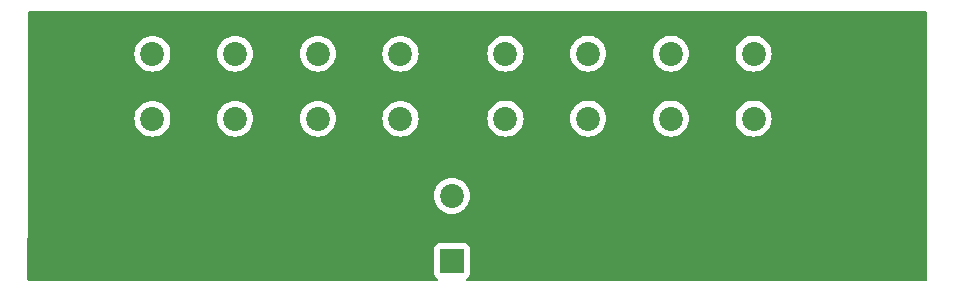
<source format=gbl>
G04 #@! TF.GenerationSoftware,KiCad,Pcbnew,7.0.7*
G04 #@! TF.CreationDate,2023-09-04T23:56:59-07:00*
G04 #@! TF.ProjectId,PT Board Ground Systems V1.1,50542042-6f61-4726-9420-47726f756e64,rev?*
G04 #@! TF.SameCoordinates,Original*
G04 #@! TF.FileFunction,Copper,L2,Bot*
G04 #@! TF.FilePolarity,Positive*
%FSLAX46Y46*%
G04 Gerber Fmt 4.6, Leading zero omitted, Abs format (unit mm)*
G04 Created by KiCad (PCBNEW 7.0.7) date 2023-09-04 23:56:59*
%MOMM*%
%LPD*%
G01*
G04 APERTURE LIST*
G04 #@! TA.AperFunction,ComponentPad*
%ADD10R,2.025000X2.025000*%
G04 #@! TD*
G04 #@! TA.AperFunction,ComponentPad*
%ADD11C,2.025000*%
G04 #@! TD*
G04 #@! TA.AperFunction,ComponentPad*
%ADD12C,3.600000*%
G04 #@! TD*
G04 #@! TA.AperFunction,ConnectorPad*
%ADD13C,5.600000*%
G04 #@! TD*
G04 #@! TA.AperFunction,ViaPad*
%ADD14C,0.800000*%
G04 #@! TD*
G04 APERTURE END LIST*
D10*
X60490000Y-28990000D03*
D11*
X60490000Y-34490000D03*
X56990000Y-28990000D03*
X56990000Y-34490000D03*
X53490000Y-28990000D03*
X53490000Y-34490000D03*
X49990000Y-28990000D03*
X49990000Y-34490000D03*
X46490000Y-28990000D03*
X46490000Y-34490000D03*
X42990000Y-28990000D03*
X42990000Y-34490000D03*
X39490000Y-28990000D03*
X39490000Y-34490000D03*
X35990000Y-28990000D03*
X35990000Y-34490000D03*
D12*
X97790000Y-30480000D03*
D13*
X97790000Y-30480000D03*
D10*
X90380000Y-28980000D03*
D11*
X90380000Y-34480000D03*
X86880000Y-28980000D03*
X86880000Y-34480000D03*
X83380000Y-28980000D03*
X83380000Y-34480000D03*
X79880000Y-28980000D03*
X79880000Y-34480000D03*
X76380000Y-28980000D03*
X76380000Y-34480000D03*
X72880000Y-28980000D03*
X72880000Y-34480000D03*
X69380000Y-28980000D03*
X69380000Y-34480000D03*
X65880000Y-28980000D03*
X65880000Y-34480000D03*
D12*
X29210000Y-30480000D03*
D13*
X29210000Y-30480000D03*
D10*
X61340000Y-46530000D03*
D11*
X61340000Y-41030000D03*
X64840000Y-46530000D03*
X64840000Y-41030000D03*
D12*
X29210000Y-43180000D03*
D13*
X29210000Y-43180000D03*
D12*
X97790000Y-43180000D03*
D13*
X97790000Y-43180000D03*
D14*
X51872300Y-43080400D03*
G04 #@! TA.AperFunction,Conductor*
G36*
X101541621Y-25420502D02*
G01*
X101588114Y-25474158D01*
X101599500Y-25526500D01*
X101599500Y-39182034D01*
X101574946Y-48089820D01*
X101554756Y-48157886D01*
X101500972Y-48204230D01*
X101449020Y-48215473D01*
X62640791Y-48238197D01*
X62572658Y-48218235D01*
X62526134Y-48164606D01*
X62515989Y-48094338D01*
X62545444Y-48029740D01*
X62591007Y-47998086D01*
X62590799Y-47997705D01*
X62594334Y-47995774D01*
X62596684Y-47994142D01*
X62598704Y-47993389D01*
X62715761Y-47905761D01*
X62803389Y-47788704D01*
X62854489Y-47651701D01*
X62861000Y-47591138D01*
X62861000Y-45468862D01*
X62860999Y-45468850D01*
X62854490Y-45408303D01*
X62854488Y-45408295D01*
X62803389Y-45271297D01*
X62803387Y-45271292D01*
X62715761Y-45154238D01*
X62598707Y-45066612D01*
X62598702Y-45066610D01*
X62461704Y-45015511D01*
X62461696Y-45015509D01*
X62401149Y-45009000D01*
X62401138Y-45009000D01*
X60278862Y-45009000D01*
X60278850Y-45009000D01*
X60218303Y-45015509D01*
X60218295Y-45015511D01*
X60081297Y-45066610D01*
X60081292Y-45066612D01*
X59964238Y-45154238D01*
X59876612Y-45271292D01*
X59876610Y-45271297D01*
X59825511Y-45408295D01*
X59825509Y-45408303D01*
X59819000Y-45468850D01*
X59819000Y-47591149D01*
X59825509Y-47651696D01*
X59825511Y-47651704D01*
X59876610Y-47788702D01*
X59876612Y-47788707D01*
X59964238Y-47905761D01*
X60081292Y-47993387D01*
X60081294Y-47993388D01*
X60081295Y-47993388D01*
X60081296Y-47993389D01*
X60087391Y-47995662D01*
X60144228Y-48038208D01*
X60169039Y-48104728D01*
X60153948Y-48174102D01*
X60103746Y-48224305D01*
X60043434Y-48239718D01*
X26260106Y-48259500D01*
X25532549Y-48259500D01*
X25464428Y-48239498D01*
X25417935Y-48185842D01*
X25406549Y-48133155D01*
X25426129Y-41030000D01*
X59814297Y-41030000D01*
X59833081Y-41268673D01*
X59888970Y-41501468D01*
X59980589Y-41722655D01*
X59980590Y-41722656D01*
X60105677Y-41926782D01*
X60105682Y-41926789D01*
X60261164Y-42108835D01*
X60443210Y-42264317D01*
X60443214Y-42264320D01*
X60647345Y-42389411D01*
X60868532Y-42481030D01*
X61101327Y-42536919D01*
X61340000Y-42555703D01*
X61578673Y-42536919D01*
X61811468Y-42481030D01*
X62032655Y-42389411D01*
X62236786Y-42264320D01*
X62418835Y-42108835D01*
X62574320Y-41926786D01*
X62699411Y-41722655D01*
X62791030Y-41501468D01*
X62846919Y-41268673D01*
X62865703Y-41030000D01*
X62846919Y-40791327D01*
X62791030Y-40558532D01*
X62699411Y-40337345D01*
X62574320Y-40133214D01*
X62574317Y-40133210D01*
X62418835Y-39951164D01*
X62236789Y-39795682D01*
X62236782Y-39795677D01*
X62117097Y-39722335D01*
X62032655Y-39670589D01*
X61811468Y-39578970D01*
X61578673Y-39523081D01*
X61340000Y-39504297D01*
X61339999Y-39504297D01*
X61101327Y-39523081D01*
X60868531Y-39578970D01*
X60647343Y-39670590D01*
X60443217Y-39795677D01*
X60443210Y-39795682D01*
X60261164Y-39951164D01*
X60105682Y-40133210D01*
X60105677Y-40133217D01*
X59980590Y-40337343D01*
X59980589Y-40337345D01*
X59888970Y-40558532D01*
X59833081Y-40791327D01*
X59814297Y-41030000D01*
X25426129Y-41030000D01*
X25440409Y-35849409D01*
X25444156Y-34490000D01*
X34464297Y-34490000D01*
X34483081Y-34728673D01*
X34538970Y-34961468D01*
X34630589Y-35182655D01*
X34630590Y-35182656D01*
X34755677Y-35386782D01*
X34755682Y-35386789D01*
X34911164Y-35568835D01*
X35093210Y-35724317D01*
X35093214Y-35724320D01*
X35297345Y-35849411D01*
X35518532Y-35941030D01*
X35751327Y-35996919D01*
X35990000Y-36015703D01*
X36228673Y-35996919D01*
X36461468Y-35941030D01*
X36682655Y-35849411D01*
X36886786Y-35724320D01*
X37068835Y-35568835D01*
X37224320Y-35386786D01*
X37349411Y-35182655D01*
X37441030Y-34961468D01*
X37496919Y-34728673D01*
X37515703Y-34490000D01*
X41464297Y-34490000D01*
X41483081Y-34728673D01*
X41538970Y-34961468D01*
X41630589Y-35182655D01*
X41630590Y-35182656D01*
X41755677Y-35386782D01*
X41755682Y-35386789D01*
X41911164Y-35568835D01*
X42093210Y-35724317D01*
X42093214Y-35724320D01*
X42297345Y-35849411D01*
X42518532Y-35941030D01*
X42751327Y-35996919D01*
X42990000Y-36015703D01*
X43228673Y-35996919D01*
X43461468Y-35941030D01*
X43682655Y-35849411D01*
X43886786Y-35724320D01*
X44068835Y-35568835D01*
X44224320Y-35386786D01*
X44349411Y-35182655D01*
X44441030Y-34961468D01*
X44496919Y-34728673D01*
X44515703Y-34490000D01*
X48464297Y-34490000D01*
X48483081Y-34728673D01*
X48538970Y-34961468D01*
X48630589Y-35182655D01*
X48630590Y-35182656D01*
X48755677Y-35386782D01*
X48755682Y-35386789D01*
X48911164Y-35568835D01*
X49093210Y-35724317D01*
X49093214Y-35724320D01*
X49297345Y-35849411D01*
X49518532Y-35941030D01*
X49751327Y-35996919D01*
X49990000Y-36015703D01*
X50228673Y-35996919D01*
X50461468Y-35941030D01*
X50682655Y-35849411D01*
X50886786Y-35724320D01*
X51068835Y-35568835D01*
X51224320Y-35386786D01*
X51349411Y-35182655D01*
X51441030Y-34961468D01*
X51496919Y-34728673D01*
X51515703Y-34490000D01*
X55464297Y-34490000D01*
X55483081Y-34728673D01*
X55538970Y-34961468D01*
X55630589Y-35182655D01*
X55630590Y-35182656D01*
X55755677Y-35386782D01*
X55755682Y-35386789D01*
X55911164Y-35568835D01*
X56093210Y-35724317D01*
X56093214Y-35724320D01*
X56297345Y-35849411D01*
X56518532Y-35941030D01*
X56751327Y-35996919D01*
X56990000Y-36015703D01*
X57228673Y-35996919D01*
X57461468Y-35941030D01*
X57682655Y-35849411D01*
X57886786Y-35724320D01*
X58068835Y-35568835D01*
X58224320Y-35386786D01*
X58349411Y-35182655D01*
X58441030Y-34961468D01*
X58496919Y-34728673D01*
X58515703Y-34490000D01*
X58514916Y-34480000D01*
X64354297Y-34480000D01*
X64373081Y-34718673D01*
X64428970Y-34951468D01*
X64520589Y-35172655D01*
X64520590Y-35172656D01*
X64645677Y-35376782D01*
X64645682Y-35376789D01*
X64801164Y-35558835D01*
X64983210Y-35714317D01*
X64983217Y-35714322D01*
X64999536Y-35724322D01*
X65187345Y-35839411D01*
X65408532Y-35931030D01*
X65641327Y-35986919D01*
X65880000Y-36005703D01*
X66118673Y-35986919D01*
X66351468Y-35931030D01*
X66572655Y-35839411D01*
X66776786Y-35714320D01*
X66958835Y-35558835D01*
X67114320Y-35376786D01*
X67239411Y-35172655D01*
X67331030Y-34951468D01*
X67386919Y-34718673D01*
X67405703Y-34480000D01*
X71354297Y-34480000D01*
X71373081Y-34718673D01*
X71428970Y-34951468D01*
X71520589Y-35172655D01*
X71520590Y-35172656D01*
X71645677Y-35376782D01*
X71645682Y-35376789D01*
X71801164Y-35558835D01*
X71983210Y-35714317D01*
X71983217Y-35714322D01*
X71999536Y-35724322D01*
X72187345Y-35839411D01*
X72408532Y-35931030D01*
X72641327Y-35986919D01*
X72880000Y-36005703D01*
X73118673Y-35986919D01*
X73351468Y-35931030D01*
X73572655Y-35839411D01*
X73776786Y-35714320D01*
X73958835Y-35558835D01*
X74114320Y-35376786D01*
X74239411Y-35172655D01*
X74331030Y-34951468D01*
X74386919Y-34718673D01*
X74405703Y-34480000D01*
X78354297Y-34480000D01*
X78373081Y-34718673D01*
X78428970Y-34951468D01*
X78520589Y-35172655D01*
X78520590Y-35172656D01*
X78645677Y-35376782D01*
X78645682Y-35376789D01*
X78801164Y-35558835D01*
X78983210Y-35714317D01*
X78983217Y-35714322D01*
X78999536Y-35724322D01*
X79187345Y-35839411D01*
X79408532Y-35931030D01*
X79641327Y-35986919D01*
X79880000Y-36005703D01*
X80118673Y-35986919D01*
X80351468Y-35931030D01*
X80572655Y-35839411D01*
X80776786Y-35714320D01*
X80958835Y-35558835D01*
X81114320Y-35376786D01*
X81239411Y-35172655D01*
X81331030Y-34951468D01*
X81386919Y-34718673D01*
X81405703Y-34480000D01*
X85354297Y-34480000D01*
X85373081Y-34718673D01*
X85428970Y-34951468D01*
X85520589Y-35172655D01*
X85520590Y-35172656D01*
X85645677Y-35376782D01*
X85645682Y-35376789D01*
X85801164Y-35558835D01*
X85983210Y-35714317D01*
X85983217Y-35714322D01*
X85999536Y-35724322D01*
X86187345Y-35839411D01*
X86408532Y-35931030D01*
X86641327Y-35986919D01*
X86880000Y-36005703D01*
X87118673Y-35986919D01*
X87351468Y-35931030D01*
X87572655Y-35839411D01*
X87776786Y-35714320D01*
X87958835Y-35558835D01*
X88114320Y-35376786D01*
X88239411Y-35172655D01*
X88331030Y-34951468D01*
X88386919Y-34718673D01*
X88405703Y-34480000D01*
X88386919Y-34241327D01*
X88331030Y-34008532D01*
X88239411Y-33787345D01*
X88114320Y-33583214D01*
X88114317Y-33583210D01*
X87958835Y-33401164D01*
X87776789Y-33245682D01*
X87776782Y-33245677D01*
X87588975Y-33130590D01*
X87572655Y-33120589D01*
X87351468Y-33028970D01*
X87118673Y-32973081D01*
X86880000Y-32954297D01*
X86641327Y-32973081D01*
X86408531Y-33028970D01*
X86187343Y-33120590D01*
X85983217Y-33245677D01*
X85983210Y-33245682D01*
X85801164Y-33401164D01*
X85645682Y-33583210D01*
X85645677Y-33583217D01*
X85520590Y-33787343D01*
X85520589Y-33787345D01*
X85428970Y-34008532D01*
X85373081Y-34241327D01*
X85354297Y-34480000D01*
X81405703Y-34480000D01*
X81386919Y-34241327D01*
X81331030Y-34008532D01*
X81239411Y-33787345D01*
X81114320Y-33583214D01*
X81114317Y-33583210D01*
X80958835Y-33401164D01*
X80776789Y-33245682D01*
X80776782Y-33245677D01*
X80588975Y-33130590D01*
X80572655Y-33120589D01*
X80351468Y-33028970D01*
X80118673Y-32973081D01*
X79880000Y-32954297D01*
X79641327Y-32973081D01*
X79408531Y-33028970D01*
X79187343Y-33120590D01*
X78983217Y-33245677D01*
X78983210Y-33245682D01*
X78801164Y-33401164D01*
X78645682Y-33583210D01*
X78645677Y-33583217D01*
X78520590Y-33787343D01*
X78520589Y-33787345D01*
X78428970Y-34008532D01*
X78373081Y-34241327D01*
X78354297Y-34480000D01*
X74405703Y-34480000D01*
X74386919Y-34241327D01*
X74331030Y-34008532D01*
X74239411Y-33787345D01*
X74114320Y-33583214D01*
X74114317Y-33583210D01*
X73958835Y-33401164D01*
X73776789Y-33245682D01*
X73776782Y-33245677D01*
X73588975Y-33130590D01*
X73572655Y-33120589D01*
X73351468Y-33028970D01*
X73118673Y-32973081D01*
X72880000Y-32954297D01*
X72879999Y-32954297D01*
X72641327Y-32973081D01*
X72408531Y-33028970D01*
X72187343Y-33120590D01*
X71983217Y-33245677D01*
X71983210Y-33245682D01*
X71801164Y-33401164D01*
X71645682Y-33583210D01*
X71645677Y-33583217D01*
X71520590Y-33787343D01*
X71520589Y-33787345D01*
X71428970Y-34008532D01*
X71373081Y-34241327D01*
X71354297Y-34480000D01*
X67405703Y-34480000D01*
X67386919Y-34241327D01*
X67331030Y-34008532D01*
X67239411Y-33787345D01*
X67114320Y-33583214D01*
X67114317Y-33583210D01*
X66958835Y-33401164D01*
X66776789Y-33245682D01*
X66776782Y-33245677D01*
X66588975Y-33130590D01*
X66572655Y-33120589D01*
X66351468Y-33028970D01*
X66118673Y-32973081D01*
X65880000Y-32954297D01*
X65879999Y-32954297D01*
X65641327Y-32973081D01*
X65408531Y-33028970D01*
X65187343Y-33120590D01*
X64983217Y-33245677D01*
X64983210Y-33245682D01*
X64801164Y-33401164D01*
X64645682Y-33583210D01*
X64645677Y-33583217D01*
X64520590Y-33787343D01*
X64520589Y-33787345D01*
X64428970Y-34008532D01*
X64373081Y-34241327D01*
X64354297Y-34480000D01*
X58514916Y-34480000D01*
X58496919Y-34251327D01*
X58441030Y-34018532D01*
X58349411Y-33797345D01*
X58224320Y-33593214D01*
X58215782Y-33583217D01*
X58068835Y-33411164D01*
X57886789Y-33255682D01*
X57886782Y-33255677D01*
X57767097Y-33182335D01*
X57682655Y-33130589D01*
X57461468Y-33038970D01*
X57228673Y-32983081D01*
X56990000Y-32964297D01*
X56989999Y-32964297D01*
X56751327Y-32983081D01*
X56518531Y-33038970D01*
X56297343Y-33130590D01*
X56093217Y-33255677D01*
X56093210Y-33255682D01*
X55911164Y-33411164D01*
X55755682Y-33593210D01*
X55755677Y-33593217D01*
X55630590Y-33797343D01*
X55543113Y-34008531D01*
X55538970Y-34018532D01*
X55483081Y-34251327D01*
X55464297Y-34490000D01*
X51515703Y-34490000D01*
X51496919Y-34251327D01*
X51441030Y-34018532D01*
X51349411Y-33797345D01*
X51224320Y-33593214D01*
X51215782Y-33583217D01*
X51068835Y-33411164D01*
X50886789Y-33255682D01*
X50886782Y-33255677D01*
X50767097Y-33182335D01*
X50682655Y-33130589D01*
X50461468Y-33038970D01*
X50228673Y-32983081D01*
X49990000Y-32964297D01*
X49751327Y-32983081D01*
X49518531Y-33038970D01*
X49297343Y-33130590D01*
X49093217Y-33255677D01*
X49093210Y-33255682D01*
X48911164Y-33411164D01*
X48755682Y-33593210D01*
X48755677Y-33593217D01*
X48630590Y-33797343D01*
X48543113Y-34008531D01*
X48538970Y-34018532D01*
X48483081Y-34251327D01*
X48464297Y-34490000D01*
X44515703Y-34490000D01*
X44496919Y-34251327D01*
X44441030Y-34018532D01*
X44349411Y-33797345D01*
X44224320Y-33593214D01*
X44215782Y-33583217D01*
X44068835Y-33411164D01*
X43886789Y-33255682D01*
X43886782Y-33255677D01*
X43767097Y-33182335D01*
X43682655Y-33130589D01*
X43461468Y-33038970D01*
X43228673Y-32983081D01*
X42990000Y-32964297D01*
X42989999Y-32964297D01*
X42751327Y-32983081D01*
X42518531Y-33038970D01*
X42297343Y-33130590D01*
X42093217Y-33255677D01*
X42093210Y-33255682D01*
X41911164Y-33411164D01*
X41755682Y-33593210D01*
X41755677Y-33593217D01*
X41630590Y-33797343D01*
X41543113Y-34008531D01*
X41538970Y-34018532D01*
X41483081Y-34251327D01*
X41464297Y-34490000D01*
X37515703Y-34490000D01*
X37496919Y-34251327D01*
X37441030Y-34018532D01*
X37349411Y-33797345D01*
X37224320Y-33593214D01*
X37215782Y-33583217D01*
X37068835Y-33411164D01*
X36886789Y-33255682D01*
X36886782Y-33255677D01*
X36767097Y-33182335D01*
X36682655Y-33130589D01*
X36461468Y-33038970D01*
X36228673Y-32983081D01*
X35990000Y-32964297D01*
X35751327Y-32983081D01*
X35518531Y-33038970D01*
X35297343Y-33130590D01*
X35093217Y-33255677D01*
X35093210Y-33255682D01*
X34911164Y-33411164D01*
X34755682Y-33593210D01*
X34755677Y-33593217D01*
X34630590Y-33797343D01*
X34543113Y-34008531D01*
X34538970Y-34018532D01*
X34483081Y-34251327D01*
X34464297Y-34490000D01*
X25444156Y-34490000D01*
X25459317Y-28990000D01*
X34464297Y-28990000D01*
X34483081Y-29228673D01*
X34538970Y-29461468D01*
X34630589Y-29682655D01*
X34630590Y-29682656D01*
X34755677Y-29886782D01*
X34755682Y-29886789D01*
X34911164Y-30068835D01*
X35093210Y-30224317D01*
X35093214Y-30224320D01*
X35297345Y-30349411D01*
X35518532Y-30441030D01*
X35751327Y-30496919D01*
X35990000Y-30515703D01*
X36228673Y-30496919D01*
X36461468Y-30441030D01*
X36682655Y-30349411D01*
X36886786Y-30224320D01*
X37068835Y-30068835D01*
X37224320Y-29886786D01*
X37349411Y-29682655D01*
X37441030Y-29461468D01*
X37496919Y-29228673D01*
X37515703Y-28990000D01*
X41464297Y-28990000D01*
X41483081Y-29228673D01*
X41538970Y-29461468D01*
X41630589Y-29682655D01*
X41630590Y-29682656D01*
X41755677Y-29886782D01*
X41755682Y-29886789D01*
X41911164Y-30068835D01*
X42093210Y-30224317D01*
X42093214Y-30224320D01*
X42297345Y-30349411D01*
X42518532Y-30441030D01*
X42751327Y-30496919D01*
X42990000Y-30515703D01*
X43228673Y-30496919D01*
X43461468Y-30441030D01*
X43682655Y-30349411D01*
X43886786Y-30224320D01*
X44068835Y-30068835D01*
X44224320Y-29886786D01*
X44349411Y-29682655D01*
X44441030Y-29461468D01*
X44496919Y-29228673D01*
X44515703Y-28990000D01*
X48464297Y-28990000D01*
X48483081Y-29228673D01*
X48538970Y-29461468D01*
X48630589Y-29682655D01*
X48630590Y-29682656D01*
X48755677Y-29886782D01*
X48755682Y-29886789D01*
X48911164Y-30068835D01*
X49093210Y-30224317D01*
X49093214Y-30224320D01*
X49297345Y-30349411D01*
X49518532Y-30441030D01*
X49751327Y-30496919D01*
X49990000Y-30515703D01*
X50228673Y-30496919D01*
X50461468Y-30441030D01*
X50682655Y-30349411D01*
X50886786Y-30224320D01*
X51068835Y-30068835D01*
X51224320Y-29886786D01*
X51349411Y-29682655D01*
X51441030Y-29461468D01*
X51496919Y-29228673D01*
X51515703Y-28990000D01*
X55464297Y-28990000D01*
X55483081Y-29228673D01*
X55538970Y-29461468D01*
X55630589Y-29682655D01*
X55630590Y-29682656D01*
X55755677Y-29886782D01*
X55755682Y-29886789D01*
X55911164Y-30068835D01*
X56093210Y-30224317D01*
X56093214Y-30224320D01*
X56297345Y-30349411D01*
X56518532Y-30441030D01*
X56751327Y-30496919D01*
X56990000Y-30515703D01*
X57228673Y-30496919D01*
X57461468Y-30441030D01*
X57682655Y-30349411D01*
X57886786Y-30224320D01*
X58068835Y-30068835D01*
X58224320Y-29886786D01*
X58349411Y-29682655D01*
X58441030Y-29461468D01*
X58496919Y-29228673D01*
X58515703Y-28990000D01*
X58514916Y-28980000D01*
X64354297Y-28980000D01*
X64373081Y-29218673D01*
X64428970Y-29451468D01*
X64520589Y-29672655D01*
X64520590Y-29672656D01*
X64645677Y-29876782D01*
X64645682Y-29876789D01*
X64801164Y-30058835D01*
X64983210Y-30214317D01*
X64983217Y-30214322D01*
X64999536Y-30224322D01*
X65187345Y-30339411D01*
X65408532Y-30431030D01*
X65641327Y-30486919D01*
X65880000Y-30505703D01*
X66118673Y-30486919D01*
X66351468Y-30431030D01*
X66572655Y-30339411D01*
X66776786Y-30214320D01*
X66958835Y-30058835D01*
X67114320Y-29876786D01*
X67239411Y-29672655D01*
X67331030Y-29451468D01*
X67386919Y-29218673D01*
X67405703Y-28980000D01*
X71354297Y-28980000D01*
X71373081Y-29218673D01*
X71428970Y-29451468D01*
X71520589Y-29672655D01*
X71520590Y-29672656D01*
X71645677Y-29876782D01*
X71645682Y-29876789D01*
X71801164Y-30058835D01*
X71983210Y-30214317D01*
X71983217Y-30214322D01*
X71999536Y-30224322D01*
X72187345Y-30339411D01*
X72408532Y-30431030D01*
X72641327Y-30486919D01*
X72880000Y-30505703D01*
X73118673Y-30486919D01*
X73351468Y-30431030D01*
X73572655Y-30339411D01*
X73776786Y-30214320D01*
X73958835Y-30058835D01*
X74114320Y-29876786D01*
X74239411Y-29672655D01*
X74331030Y-29451468D01*
X74386919Y-29218673D01*
X74405703Y-28980000D01*
X78354297Y-28980000D01*
X78373081Y-29218673D01*
X78428970Y-29451468D01*
X78520589Y-29672655D01*
X78520590Y-29672656D01*
X78645677Y-29876782D01*
X78645682Y-29876789D01*
X78801164Y-30058835D01*
X78983210Y-30214317D01*
X78983217Y-30214322D01*
X78999536Y-30224322D01*
X79187345Y-30339411D01*
X79408532Y-30431030D01*
X79641327Y-30486919D01*
X79880000Y-30505703D01*
X80118673Y-30486919D01*
X80351468Y-30431030D01*
X80572655Y-30339411D01*
X80776786Y-30214320D01*
X80958835Y-30058835D01*
X81114320Y-29876786D01*
X81239411Y-29672655D01*
X81331030Y-29451468D01*
X81386919Y-29218673D01*
X81405703Y-28980000D01*
X85354297Y-28980000D01*
X85373081Y-29218673D01*
X85428970Y-29451468D01*
X85520589Y-29672655D01*
X85520590Y-29672656D01*
X85645677Y-29876782D01*
X85645682Y-29876789D01*
X85801164Y-30058835D01*
X85983210Y-30214317D01*
X85983217Y-30214322D01*
X85999536Y-30224322D01*
X86187345Y-30339411D01*
X86408532Y-30431030D01*
X86641327Y-30486919D01*
X86880000Y-30505703D01*
X87118673Y-30486919D01*
X87351468Y-30431030D01*
X87572655Y-30339411D01*
X87776786Y-30214320D01*
X87958835Y-30058835D01*
X88114320Y-29876786D01*
X88239411Y-29672655D01*
X88331030Y-29451468D01*
X88386919Y-29218673D01*
X88405703Y-28980000D01*
X88386919Y-28741327D01*
X88331030Y-28508532D01*
X88239411Y-28287345D01*
X88114320Y-28083214D01*
X88114317Y-28083210D01*
X87958835Y-27901164D01*
X87776789Y-27745682D01*
X87776782Y-27745677D01*
X87588975Y-27630590D01*
X87572655Y-27620589D01*
X87351468Y-27528970D01*
X87118673Y-27473081D01*
X86880000Y-27454297D01*
X86641327Y-27473081D01*
X86408531Y-27528970D01*
X86187343Y-27620590D01*
X85983217Y-27745677D01*
X85983210Y-27745682D01*
X85801164Y-27901164D01*
X85645682Y-28083210D01*
X85645677Y-28083217D01*
X85520590Y-28287343D01*
X85520589Y-28287345D01*
X85428970Y-28508532D01*
X85373081Y-28741327D01*
X85354297Y-28980000D01*
X81405703Y-28980000D01*
X81386919Y-28741327D01*
X81331030Y-28508532D01*
X81239411Y-28287345D01*
X81114320Y-28083214D01*
X81114317Y-28083210D01*
X80958835Y-27901164D01*
X80776789Y-27745682D01*
X80776782Y-27745677D01*
X80588975Y-27630590D01*
X80572655Y-27620589D01*
X80351468Y-27528970D01*
X80118673Y-27473081D01*
X79880000Y-27454297D01*
X79641327Y-27473081D01*
X79408531Y-27528970D01*
X79187343Y-27620590D01*
X78983217Y-27745677D01*
X78983210Y-27745682D01*
X78801164Y-27901164D01*
X78645682Y-28083210D01*
X78645677Y-28083217D01*
X78520590Y-28287343D01*
X78520589Y-28287345D01*
X78428970Y-28508532D01*
X78373081Y-28741327D01*
X78354297Y-28980000D01*
X74405703Y-28980000D01*
X74386919Y-28741327D01*
X74331030Y-28508532D01*
X74239411Y-28287345D01*
X74114320Y-28083214D01*
X74114317Y-28083210D01*
X73958835Y-27901164D01*
X73776789Y-27745682D01*
X73776782Y-27745677D01*
X73588975Y-27630590D01*
X73572655Y-27620589D01*
X73351468Y-27528970D01*
X73118673Y-27473081D01*
X72880000Y-27454297D01*
X72641327Y-27473081D01*
X72408531Y-27528970D01*
X72187343Y-27620590D01*
X71983217Y-27745677D01*
X71983210Y-27745682D01*
X71801164Y-27901164D01*
X71645682Y-28083210D01*
X71645677Y-28083217D01*
X71520590Y-28287343D01*
X71520589Y-28287345D01*
X71428970Y-28508532D01*
X71373081Y-28741327D01*
X71354297Y-28980000D01*
X67405703Y-28980000D01*
X67386919Y-28741327D01*
X67331030Y-28508532D01*
X67239411Y-28287345D01*
X67114320Y-28083214D01*
X67114317Y-28083210D01*
X66958835Y-27901164D01*
X66776789Y-27745682D01*
X66776782Y-27745677D01*
X66588975Y-27630590D01*
X66572655Y-27620589D01*
X66351468Y-27528970D01*
X66118673Y-27473081D01*
X65880000Y-27454297D01*
X65879999Y-27454297D01*
X65641327Y-27473081D01*
X65408531Y-27528970D01*
X65187343Y-27620590D01*
X64983217Y-27745677D01*
X64983210Y-27745682D01*
X64801164Y-27901164D01*
X64645682Y-28083210D01*
X64645677Y-28083217D01*
X64520590Y-28287343D01*
X64520589Y-28287345D01*
X64428970Y-28508532D01*
X64373081Y-28741327D01*
X64354297Y-28980000D01*
X58514916Y-28980000D01*
X58496919Y-28751327D01*
X58441030Y-28518532D01*
X58349411Y-28297345D01*
X58224320Y-28093214D01*
X58215782Y-28083217D01*
X58068835Y-27911164D01*
X57886789Y-27755682D01*
X57886782Y-27755677D01*
X57767097Y-27682335D01*
X57682655Y-27630589D01*
X57461468Y-27538970D01*
X57228673Y-27483081D01*
X56990000Y-27464297D01*
X56989999Y-27464297D01*
X56751327Y-27483081D01*
X56518531Y-27538970D01*
X56297343Y-27630590D01*
X56093217Y-27755677D01*
X56093210Y-27755682D01*
X55911164Y-27911164D01*
X55755682Y-28093210D01*
X55755677Y-28093217D01*
X55630590Y-28297343D01*
X55543113Y-28508531D01*
X55538970Y-28518532D01*
X55483081Y-28751327D01*
X55464297Y-28990000D01*
X51515703Y-28990000D01*
X51496919Y-28751327D01*
X51441030Y-28518532D01*
X51349411Y-28297345D01*
X51224320Y-28093214D01*
X51215782Y-28083217D01*
X51068835Y-27911164D01*
X50886789Y-27755682D01*
X50886782Y-27755677D01*
X50767097Y-27682335D01*
X50682655Y-27630589D01*
X50461468Y-27538970D01*
X50228673Y-27483081D01*
X49990000Y-27464297D01*
X49751327Y-27483081D01*
X49518531Y-27538970D01*
X49297343Y-27630590D01*
X49093217Y-27755677D01*
X49093210Y-27755682D01*
X48911164Y-27911164D01*
X48755682Y-28093210D01*
X48755677Y-28093217D01*
X48630590Y-28297343D01*
X48543113Y-28508531D01*
X48538970Y-28518532D01*
X48483081Y-28751327D01*
X48464297Y-28990000D01*
X44515703Y-28990000D01*
X44496919Y-28751327D01*
X44441030Y-28518532D01*
X44349411Y-28297345D01*
X44224320Y-28093214D01*
X44215782Y-28083217D01*
X44068835Y-27911164D01*
X43886789Y-27755682D01*
X43886782Y-27755677D01*
X43767097Y-27682335D01*
X43682655Y-27630589D01*
X43461468Y-27538970D01*
X43228673Y-27483081D01*
X42990000Y-27464297D01*
X42751327Y-27483081D01*
X42518531Y-27538970D01*
X42297343Y-27630590D01*
X42093217Y-27755677D01*
X42093210Y-27755682D01*
X41911164Y-27911164D01*
X41755682Y-28093210D01*
X41755677Y-28093217D01*
X41630590Y-28297343D01*
X41543113Y-28508531D01*
X41538970Y-28518532D01*
X41483081Y-28751327D01*
X41464297Y-28990000D01*
X37515703Y-28990000D01*
X37496919Y-28751327D01*
X37441030Y-28518532D01*
X37349411Y-28297345D01*
X37224320Y-28093214D01*
X37215782Y-28083217D01*
X37068835Y-27911164D01*
X36886789Y-27755682D01*
X36886782Y-27755677D01*
X36767097Y-27682335D01*
X36682655Y-27630589D01*
X36461468Y-27538970D01*
X36228673Y-27483081D01*
X35990000Y-27464297D01*
X35751327Y-27483081D01*
X35518531Y-27538970D01*
X35297343Y-27630590D01*
X35093217Y-27755677D01*
X35093210Y-27755682D01*
X34911164Y-27911164D01*
X34755682Y-28093210D01*
X34755677Y-28093217D01*
X34630590Y-28297343D01*
X34543113Y-28508531D01*
X34538970Y-28518532D01*
X34483081Y-28751327D01*
X34464297Y-28990000D01*
X25459317Y-28990000D01*
X25468865Y-25526153D01*
X25489055Y-25458087D01*
X25542839Y-25411743D01*
X25594865Y-25400500D01*
X101473500Y-25400500D01*
X101541621Y-25420502D01*
G37*
G04 #@! TD.AperFunction*
M02*

</source>
